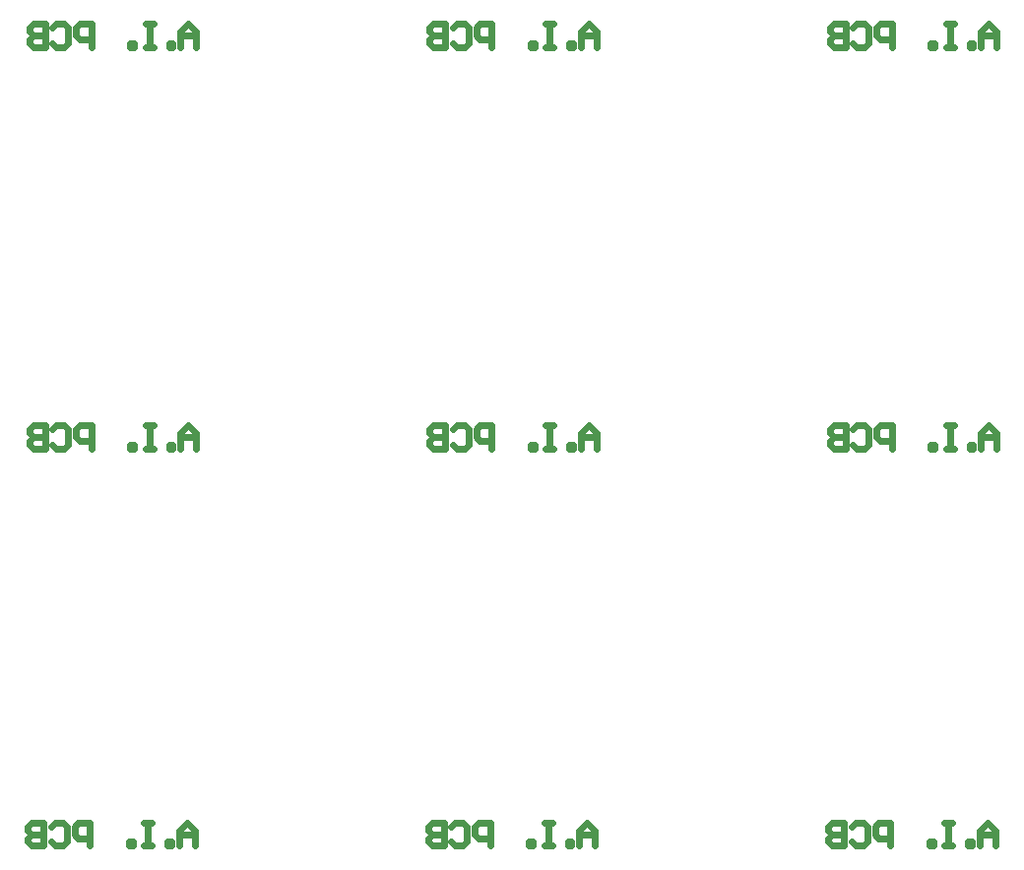
<source format=gbo>
G04 Layer_Color=32896*
%FSLAX25Y25*%
%MOIN*%
G70*
G01*
G75*
%ADD36C,0.02362*%
D36*
X107000Y160500D02*
Y165748D01*
X104376Y168371D01*
X101752Y165748D01*
Y160500D01*
Y164436D01*
X107000D01*
X99129Y160500D02*
Y161812D01*
X97817D01*
Y160500D01*
X99129D01*
X92569Y168371D02*
X89945D01*
X91257D01*
Y160500D01*
X92569D01*
X89945D01*
X86009D02*
Y161812D01*
X84698D01*
Y160500D01*
X86009D01*
X71578D02*
Y168371D01*
X67643D01*
X66331Y167060D01*
Y164436D01*
X67643Y163124D01*
X71578D01*
X58459Y167060D02*
X59771Y168371D01*
X62395D01*
X63707Y167060D01*
Y161812D01*
X62395Y160500D01*
X59771D01*
X58459Y161812D01*
X55835Y168371D02*
Y160500D01*
X51900D01*
X50588Y161812D01*
Y163124D01*
X51900Y164436D01*
X55835D01*
X51900D01*
X50588Y165748D01*
Y167060D01*
X51900Y168371D01*
X55835D01*
X378000Y160500D02*
Y165748D01*
X375376Y168371D01*
X372752Y165748D01*
Y160500D01*
Y164436D01*
X378000D01*
X370128Y160500D02*
Y161812D01*
X368817D01*
Y160500D01*
X370128D01*
X363569Y168371D02*
X360945D01*
X362257D01*
Y160500D01*
X363569D01*
X360945D01*
X357009D02*
Y161812D01*
X355697D01*
Y160500D01*
X357009D01*
X342578D02*
Y168371D01*
X338643D01*
X337331Y167060D01*
Y164436D01*
X338643Y163124D01*
X342578D01*
X329459Y167060D02*
X330771Y168371D01*
X333395D01*
X334707Y167060D01*
Y161812D01*
X333395Y160500D01*
X330771D01*
X329459Y161812D01*
X326835Y168371D02*
Y160500D01*
X322900D01*
X321588Y161812D01*
Y163124D01*
X322900Y164436D01*
X326835D01*
X322900D01*
X321588Y165748D01*
Y167060D01*
X322900Y168371D01*
X326835D01*
X242500Y160500D02*
Y165748D01*
X239876Y168371D01*
X237252Y165748D01*
Y160500D01*
Y164436D01*
X242500D01*
X234629Y160500D02*
Y161812D01*
X233317D01*
Y160500D01*
X234629D01*
X228069Y168371D02*
X225445D01*
X226757D01*
Y160500D01*
X228069D01*
X225445D01*
X221509D02*
Y161812D01*
X220198D01*
Y160500D01*
X221509D01*
X207078D02*
Y168371D01*
X203143D01*
X201831Y167060D01*
Y164436D01*
X203143Y163124D01*
X207078D01*
X193959Y167060D02*
X195271Y168371D01*
X197895D01*
X199207Y167060D01*
Y161812D01*
X197895Y160500D01*
X195271D01*
X193959Y161812D01*
X191335Y168371D02*
Y160500D01*
X187400D01*
X186088Y161812D01*
Y163124D01*
X187400Y164436D01*
X191335D01*
X187400D01*
X186088Y165748D01*
Y167060D01*
X187400Y168371D01*
X191335D01*
X107000Y296500D02*
Y301748D01*
X104376Y304372D01*
X101752Y301748D01*
Y296500D01*
Y300436D01*
X107000D01*
X99129Y296500D02*
Y297812D01*
X97817D01*
Y296500D01*
X99129D01*
X92569Y304372D02*
X89945D01*
X91257D01*
Y296500D01*
X92569D01*
X89945D01*
X86009D02*
Y297812D01*
X84698D01*
Y296500D01*
X86009D01*
X71578D02*
Y304372D01*
X67643D01*
X66331Y303060D01*
Y300436D01*
X67643Y299124D01*
X71578D01*
X58459Y303060D02*
X59771Y304372D01*
X62395D01*
X63707Y303060D01*
Y297812D01*
X62395Y296500D01*
X59771D01*
X58459Y297812D01*
X55835Y304372D02*
Y296500D01*
X51900D01*
X50588Y297812D01*
Y299124D01*
X51900Y300436D01*
X55835D01*
X51900D01*
X50588Y301748D01*
Y303060D01*
X51900Y304372D01*
X55835D01*
X378000Y296500D02*
Y301748D01*
X375376Y304372D01*
X372752Y301748D01*
Y296500D01*
Y300436D01*
X378000D01*
X370128Y296500D02*
Y297812D01*
X368817D01*
Y296500D01*
X370128D01*
X363569Y304372D02*
X360945D01*
X362257D01*
Y296500D01*
X363569D01*
X360945D01*
X357009D02*
Y297812D01*
X355697D01*
Y296500D01*
X357009D01*
X342578D02*
Y304372D01*
X338643D01*
X337331Y303060D01*
Y300436D01*
X338643Y299124D01*
X342578D01*
X329459Y303060D02*
X330771Y304372D01*
X333395D01*
X334707Y303060D01*
Y297812D01*
X333395Y296500D01*
X330771D01*
X329459Y297812D01*
X326835Y304372D02*
Y296500D01*
X322900D01*
X321588Y297812D01*
Y299124D01*
X322900Y300436D01*
X326835D01*
X322900D01*
X321588Y301748D01*
Y303060D01*
X322900Y304372D01*
X326835D01*
X242500Y296500D02*
Y301748D01*
X239876Y304372D01*
X237252Y301748D01*
Y296500D01*
Y300436D01*
X242500D01*
X234629Y296500D02*
Y297812D01*
X233317D01*
Y296500D01*
X234629D01*
X228069Y304372D02*
X225445D01*
X226757D01*
Y296500D01*
X228069D01*
X225445D01*
X221509D02*
Y297812D01*
X220198D01*
Y296500D01*
X221509D01*
X207078D02*
Y304372D01*
X203143D01*
X201831Y303060D01*
Y300436D01*
X203143Y299124D01*
X207078D01*
X193959Y303060D02*
X195271Y304372D01*
X197895D01*
X199207Y303060D01*
Y297812D01*
X197895Y296500D01*
X195271D01*
X193959Y297812D01*
X191335Y304372D02*
Y296500D01*
X187400D01*
X186088Y297812D01*
Y299124D01*
X187400Y300436D01*
X191335D01*
X187400D01*
X186088Y301748D01*
Y303060D01*
X187400Y304372D01*
X191335D01*
X242000Y26000D02*
Y31248D01*
X239376Y33871D01*
X236752Y31248D01*
Y26000D01*
Y29936D01*
X242000D01*
X234128Y26000D02*
Y27312D01*
X232817D01*
Y26000D01*
X234128D01*
X227569Y33871D02*
X224945D01*
X226257D01*
Y26000D01*
X227569D01*
X224945D01*
X221009D02*
Y27312D01*
X219697D01*
Y26000D01*
X221009D01*
X206578D02*
Y33871D01*
X202643D01*
X201331Y32560D01*
Y29936D01*
X202643Y28624D01*
X206578D01*
X193459Y32560D02*
X194771Y33871D01*
X197395D01*
X198707Y32560D01*
Y27312D01*
X197395Y26000D01*
X194771D01*
X193459Y27312D01*
X190835Y33871D02*
Y26000D01*
X186900D01*
X185588Y27312D01*
Y28624D01*
X186900Y29936D01*
X190835D01*
X186900D01*
X185588Y31248D01*
Y32560D01*
X186900Y33871D01*
X190835D01*
X377500Y26000D02*
Y31248D01*
X374876Y33871D01*
X372252Y31248D01*
Y26000D01*
Y29936D01*
X377500D01*
X369629Y26000D02*
Y27312D01*
X368317D01*
Y26000D01*
X369629D01*
X363069Y33871D02*
X360445D01*
X361757D01*
Y26000D01*
X363069D01*
X360445D01*
X356509D02*
Y27312D01*
X355198D01*
Y26000D01*
X356509D01*
X342078D02*
Y33871D01*
X338143D01*
X336831Y32560D01*
Y29936D01*
X338143Y28624D01*
X342078D01*
X328959Y32560D02*
X330271Y33871D01*
X332895D01*
X334207Y32560D01*
Y27312D01*
X332895Y26000D01*
X330271D01*
X328959Y27312D01*
X326335Y33871D02*
Y26000D01*
X322400D01*
X321088Y27312D01*
Y28624D01*
X322400Y29936D01*
X326335D01*
X322400D01*
X321088Y31248D01*
Y32560D01*
X322400Y33871D01*
X326335D01*
X106500Y26000D02*
Y31248D01*
X103876Y33871D01*
X101252Y31248D01*
Y26000D01*
Y29936D01*
X106500D01*
X98628Y26000D02*
Y27312D01*
X97317D01*
Y26000D01*
X98628D01*
X92069Y33871D02*
X89445D01*
X90757D01*
Y26000D01*
X92069D01*
X89445D01*
X85509D02*
Y27312D01*
X84197D01*
Y26000D01*
X85509D01*
X71078D02*
Y33871D01*
X67143D01*
X65831Y32560D01*
Y29936D01*
X67143Y28624D01*
X71078D01*
X57959Y32560D02*
X59271Y33871D01*
X61895D01*
X63207Y32560D01*
Y27312D01*
X61895Y26000D01*
X59271D01*
X57959Y27312D01*
X55335Y33871D02*
Y26000D01*
X51400D01*
X50088Y27312D01*
Y28624D01*
X51400Y29936D01*
X55335D01*
X51400D01*
X50088Y31248D01*
Y32560D01*
X51400Y33871D01*
X55335D01*
M02*

</source>
